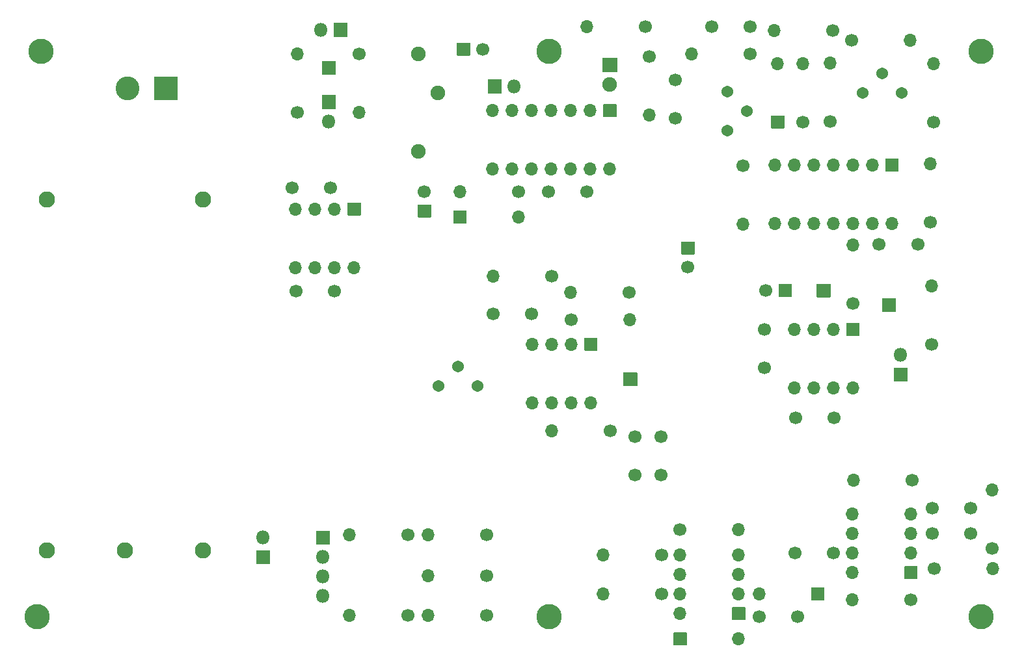
<source format=gbr>
G04 #@! TF.GenerationSoftware,KiCad,Pcbnew,5.1.7-a382d34a8~87~ubuntu20.04.1*
G04 #@! TF.CreationDate,2020-10-01T12:29:21+02:00*
G04 #@! TF.ProjectId,wowmeter,776f776d-6574-4657-922e-6b696361645f,rev?*
G04 #@! TF.SameCoordinates,Original*
G04 #@! TF.FileFunction,Soldermask,Bot*
G04 #@! TF.FilePolarity,Negative*
%FSLAX46Y46*%
G04 Gerber Fmt 4.6, Leading zero omitted, Abs format (unit mm)*
G04 Created by KiCad (PCBNEW 5.1.7-a382d34a8~87~ubuntu20.04.1) date 2020-10-01 12:29:21*
%MOMM*%
%LPD*%
G01*
G04 APERTURE LIST*
%ADD10C,2.125000*%
%ADD11O,1.800000X1.800000*%
%ADD12O,1.700000X1.700000*%
%ADD13C,1.700000*%
%ADD14C,1.540000*%
%ADD15C,1.900000*%
%ADD16C,3.100000*%
%ADD17C,3.300000*%
G04 APERTURE END LIST*
D10*
X54102000Y-85344000D03*
X43942000Y-85344000D03*
X33782000Y-85344000D03*
X33782000Y-39624000D03*
X54102000Y-39624000D03*
G36*
G01*
X133974000Y-52348500D02*
X133974000Y-50648500D01*
G75*
G02*
X134024000Y-50598500I50000J0D01*
G01*
X135724000Y-50598500D01*
G75*
G02*
X135774000Y-50648500I0J-50000D01*
G01*
X135774000Y-52348500D01*
G75*
G02*
X135724000Y-52398500I-50000J0D01*
G01*
X134024000Y-52398500D01*
G75*
G02*
X133974000Y-52348500I0J50000D01*
G01*
G37*
G36*
G01*
X142483000Y-54253500D02*
X142483000Y-52553500D01*
G75*
G02*
X142533000Y-52503500I50000J0D01*
G01*
X144233000Y-52503500D01*
G75*
G02*
X144283000Y-52553500I0J-50000D01*
G01*
X144283000Y-54253500D01*
G75*
G02*
X144233000Y-54303500I-50000J0D01*
G01*
X142533000Y-54303500D01*
G75*
G02*
X142483000Y-54253500I0J50000D01*
G01*
G37*
G36*
G01*
X108828000Y-63905500D02*
X108828000Y-62205500D01*
G75*
G02*
X108878000Y-62155500I50000J0D01*
G01*
X110578000Y-62155500D01*
G75*
G02*
X110628000Y-62205500I0J-50000D01*
G01*
X110628000Y-63905500D01*
G75*
G02*
X110578000Y-63955500I-50000J0D01*
G01*
X108878000Y-63955500D01*
G75*
G02*
X108828000Y-63905500I0J50000D01*
G01*
G37*
G36*
G01*
X69585000Y-23329000D02*
X69585000Y-21629000D01*
G75*
G02*
X69635000Y-21579000I50000J0D01*
G01*
X71335000Y-21579000D01*
G75*
G02*
X71385000Y-21629000I0J-50000D01*
G01*
X71385000Y-23329000D01*
G75*
G02*
X71335000Y-23379000I-50000J0D01*
G01*
X69635000Y-23379000D01*
G75*
G02*
X69585000Y-23329000I0J50000D01*
G01*
G37*
D11*
X69723000Y-91313000D03*
X69723000Y-88773000D03*
X69723000Y-86233000D03*
G36*
G01*
X68823000Y-84543000D02*
X68823000Y-82843000D01*
G75*
G02*
X68873000Y-82793000I50000J0D01*
G01*
X70573000Y-82793000D01*
G75*
G02*
X70623000Y-82843000I0J-50000D01*
G01*
X70623000Y-84543000D01*
G75*
G02*
X70573000Y-84593000I-50000J0D01*
G01*
X68873000Y-84593000D01*
G75*
G02*
X68823000Y-84543000I0J50000D01*
G01*
G37*
X70485000Y-29464000D03*
G36*
G01*
X69585000Y-27774000D02*
X69585000Y-26074000D01*
G75*
G02*
X69635000Y-26024000I50000J0D01*
G01*
X71335000Y-26024000D01*
G75*
G02*
X71385000Y-26074000I0J-50000D01*
G01*
X71385000Y-27774000D01*
G75*
G02*
X71335000Y-27824000I-50000J0D01*
G01*
X69635000Y-27824000D01*
G75*
G02*
X69585000Y-27774000I0J50000D01*
G01*
G37*
D12*
X73152000Y-93853000D03*
D13*
X80772000Y-93853000D03*
D12*
X83439000Y-93853000D03*
D13*
X91059000Y-93853000D03*
D12*
X73152000Y-83312000D03*
D13*
X80772000Y-83312000D03*
D12*
X83439000Y-83312000D03*
D13*
X91059000Y-83312000D03*
D12*
X83439000Y-88646000D03*
D13*
X91059000Y-88646000D03*
D12*
X106172000Y-85979000D03*
D13*
X113792000Y-85979000D03*
D12*
X106172000Y-91059000D03*
D13*
X113792000Y-91059000D03*
D12*
X123825000Y-82677000D03*
D13*
X116205000Y-82677000D03*
D12*
X138620500Y-91821000D03*
D13*
X146240500Y-91821000D03*
D12*
X156781500Y-77470000D03*
D13*
X156781500Y-85090000D03*
D12*
X138747500Y-76200000D03*
D13*
X146367500Y-76200000D03*
D12*
X156908500Y-87757000D03*
D13*
X149288500Y-87757000D03*
D12*
X148907500Y-50863500D03*
D13*
X148907500Y-58483500D03*
D12*
X148780500Y-34988500D03*
D13*
X148780500Y-42608500D03*
D12*
X138684000Y-45593000D03*
D13*
X138684000Y-53213000D03*
D14*
X122364500Y-30670500D03*
X124904500Y-28130500D03*
X122364500Y-25590500D03*
D12*
X146113500Y-18923000D03*
D13*
X138493500Y-18923000D03*
D12*
X135763000Y-21844000D03*
D13*
X135763000Y-29464000D03*
D14*
X145034000Y-25781000D03*
X142494000Y-23241000D03*
X139954000Y-25781000D03*
D12*
X149225000Y-21907500D03*
D13*
X149225000Y-29527500D03*
D12*
X101981000Y-51752500D03*
D13*
X109601000Y-51752500D03*
D12*
X109664500Y-55308500D03*
D13*
X102044500Y-55308500D03*
D12*
X99504500Y-69786500D03*
D13*
X107124500Y-69786500D03*
D14*
X89852500Y-63944500D03*
X87312500Y-61404500D03*
X84772500Y-63944500D03*
D12*
X91884500Y-49593500D03*
D13*
X99504500Y-49593500D03*
D12*
X124396500Y-42862500D03*
D13*
X124396500Y-35242500D03*
D12*
X104076500Y-17145000D03*
D13*
X111696500Y-17145000D03*
D12*
X117729000Y-20701000D03*
D13*
X125349000Y-20701000D03*
D12*
X112204500Y-28638500D03*
D13*
X112204500Y-21018500D03*
D12*
X132143500Y-21907500D03*
D13*
X132143500Y-29527500D03*
D12*
X128460500Y-17589500D03*
D13*
X136080500Y-17589500D03*
D12*
X87566500Y-38608000D03*
D13*
X95186500Y-38608000D03*
D15*
X82169000Y-20701000D03*
X84709000Y-25781000D03*
X82169000Y-33401000D03*
D12*
X66421000Y-20701000D03*
D13*
X66421000Y-28321000D03*
D12*
X74422000Y-28321000D03*
D13*
X74422000Y-20701000D03*
D11*
X61912500Y-83693000D03*
G36*
G01*
X62812500Y-85383000D02*
X62812500Y-87083000D01*
G75*
G02*
X62762500Y-87133000I-50000J0D01*
G01*
X61062500Y-87133000D01*
G75*
G02*
X61012500Y-87083000I0J50000D01*
G01*
X61012500Y-85383000D01*
G75*
G02*
X61062500Y-85333000I50000J0D01*
G01*
X62762500Y-85333000D01*
G75*
G02*
X62812500Y-85383000I0J-50000D01*
G01*
G37*
X144907000Y-59880500D03*
G36*
G01*
X145807000Y-61570500D02*
X145807000Y-63270500D01*
G75*
G02*
X145757000Y-63320500I-50000J0D01*
G01*
X144057000Y-63320500D01*
G75*
G02*
X144007000Y-63270500I0J50000D01*
G01*
X144007000Y-61570500D01*
G75*
G02*
X144057000Y-61520500I50000J0D01*
G01*
X145757000Y-61520500D01*
G75*
G02*
X145807000Y-61570500I0J-50000D01*
G01*
G37*
D16*
X44276000Y-25146000D03*
G36*
G01*
X50826000Y-23646000D02*
X50826000Y-26646000D01*
G75*
G02*
X50776000Y-26696000I-50000J0D01*
G01*
X47776000Y-26696000D01*
G75*
G02*
X47726000Y-26646000I0J50000D01*
G01*
X47726000Y-23646000D01*
G75*
G02*
X47776000Y-23596000I50000J0D01*
G01*
X50776000Y-23596000D01*
G75*
G02*
X50826000Y-23646000I0J-50000D01*
G01*
G37*
D11*
X94615000Y-24892000D03*
G36*
G01*
X92925000Y-25792000D02*
X91225000Y-25792000D01*
G75*
G02*
X91175000Y-25742000I0J50000D01*
G01*
X91175000Y-24042000D01*
G75*
G02*
X91225000Y-23992000I50000J0D01*
G01*
X92925000Y-23992000D01*
G75*
G02*
X92975000Y-24042000I0J-50000D01*
G01*
X92975000Y-25742000D01*
G75*
G02*
X92925000Y-25792000I-50000J0D01*
G01*
G37*
X69469000Y-17526000D03*
G36*
G01*
X71159000Y-16626000D02*
X72859000Y-16626000D01*
G75*
G02*
X72909000Y-16676000I0J-50000D01*
G01*
X72909000Y-18376000D01*
G75*
G02*
X72859000Y-18426000I-50000J0D01*
G01*
X71159000Y-18426000D01*
G75*
G02*
X71109000Y-18376000I0J50000D01*
G01*
X71109000Y-16676000D01*
G75*
G02*
X71159000Y-16626000I50000J0D01*
G01*
G37*
D12*
X116205000Y-93599000D03*
X123825000Y-85979000D03*
X116205000Y-91059000D03*
X123825000Y-88519000D03*
X116205000Y-88519000D03*
X123825000Y-91059000D03*
X116205000Y-85979000D03*
G36*
G01*
X124675000Y-92799000D02*
X124675000Y-94399000D01*
G75*
G02*
X124625000Y-94449000I-50000J0D01*
G01*
X123025000Y-94449000D01*
G75*
G02*
X122975000Y-94399000I0J50000D01*
G01*
X122975000Y-92799000D01*
G75*
G02*
X123025000Y-92749000I50000J0D01*
G01*
X124625000Y-92749000D01*
G75*
G02*
X124675000Y-92799000I0J-50000D01*
G01*
G37*
X138620500Y-88265000D03*
X146240500Y-80645000D03*
X138620500Y-85725000D03*
X146240500Y-83185000D03*
X138620500Y-83185000D03*
X146240500Y-85725000D03*
X138620500Y-80645000D03*
G36*
G01*
X147090500Y-87465000D02*
X147090500Y-89065000D01*
G75*
G02*
X147040500Y-89115000I-50000J0D01*
G01*
X145440500Y-89115000D01*
G75*
G02*
X145390500Y-89065000I0J50000D01*
G01*
X145390500Y-87465000D01*
G75*
G02*
X145440500Y-87415000I50000J0D01*
G01*
X147040500Y-87415000D01*
G75*
G02*
X147090500Y-87465000I0J-50000D01*
G01*
G37*
X138684000Y-64198500D03*
X131064000Y-56578500D03*
X136144000Y-64198500D03*
X133604000Y-56578500D03*
X133604000Y-64198500D03*
X136144000Y-56578500D03*
X131064000Y-64198500D03*
G36*
G01*
X137884000Y-55728500D02*
X139484000Y-55728500D01*
G75*
G02*
X139534000Y-55778500I0J-50000D01*
G01*
X139534000Y-57378500D01*
G75*
G02*
X139484000Y-57428500I-50000J0D01*
G01*
X137884000Y-57428500D01*
G75*
G02*
X137834000Y-57378500I0J50000D01*
G01*
X137834000Y-55778500D01*
G75*
G02*
X137884000Y-55728500I50000J0D01*
G01*
G37*
X104584500Y-66103500D03*
X96964500Y-58483500D03*
X102044500Y-66103500D03*
X99504500Y-58483500D03*
X99504500Y-66103500D03*
X102044500Y-58483500D03*
X96964500Y-66103500D03*
G36*
G01*
X103784500Y-57633500D02*
X105384500Y-57633500D01*
G75*
G02*
X105434500Y-57683500I0J-50000D01*
G01*
X105434500Y-59283500D01*
G75*
G02*
X105384500Y-59333500I-50000J0D01*
G01*
X103784500Y-59333500D01*
G75*
G02*
X103734500Y-59283500I0J50000D01*
G01*
X103734500Y-57683500D01*
G75*
G02*
X103784500Y-57633500I50000J0D01*
G01*
G37*
X143764000Y-42735500D03*
X128524000Y-35115500D03*
X141224000Y-42735500D03*
X131064000Y-35115500D03*
X138684000Y-42735500D03*
X133604000Y-35115500D03*
X136144000Y-42735500D03*
X136144000Y-35115500D03*
X133604000Y-42735500D03*
X138684000Y-35115500D03*
X131064000Y-42735500D03*
X141224000Y-35115500D03*
X128524000Y-42735500D03*
G36*
G01*
X142964000Y-34265500D02*
X144564000Y-34265500D01*
G75*
G02*
X144614000Y-34315500I0J-50000D01*
G01*
X144614000Y-35915500D01*
G75*
G02*
X144564000Y-35965500I-50000J0D01*
G01*
X142964000Y-35965500D01*
G75*
G02*
X142914000Y-35915500I0J50000D01*
G01*
X142914000Y-34315500D01*
G75*
G02*
X142964000Y-34265500I50000J0D01*
G01*
G37*
X107061000Y-35687000D03*
X91821000Y-28067000D03*
X104521000Y-35687000D03*
X94361000Y-28067000D03*
X101981000Y-35687000D03*
X96901000Y-28067000D03*
X99441000Y-35687000D03*
X99441000Y-28067000D03*
X96901000Y-35687000D03*
X101981000Y-28067000D03*
X94361000Y-35687000D03*
X104521000Y-28067000D03*
X91821000Y-35687000D03*
G36*
G01*
X106261000Y-27217000D02*
X107861000Y-27217000D01*
G75*
G02*
X107911000Y-27267000I0J-50000D01*
G01*
X107911000Y-28867000D01*
G75*
G02*
X107861000Y-28917000I-50000J0D01*
G01*
X106261000Y-28917000D01*
G75*
G02*
X106211000Y-28867000I0J50000D01*
G01*
X106211000Y-27267000D01*
G75*
G02*
X106261000Y-27217000I50000J0D01*
G01*
G37*
X73787000Y-48514000D03*
X66167000Y-40894000D03*
X71247000Y-48514000D03*
X68707000Y-40894000D03*
X68707000Y-48514000D03*
X71247000Y-40894000D03*
X66167000Y-48514000D03*
G36*
G01*
X72987000Y-40044000D02*
X74587000Y-40044000D01*
G75*
G02*
X74637000Y-40094000I0J-50000D01*
G01*
X74637000Y-41694000D01*
G75*
G02*
X74587000Y-41744000I-50000J0D01*
G01*
X72987000Y-41744000D01*
G75*
G02*
X72937000Y-41694000I0J50000D01*
G01*
X72937000Y-40094000D01*
G75*
G02*
X72987000Y-40044000I50000J0D01*
G01*
G37*
X123825000Y-96901000D03*
G36*
G01*
X115355000Y-97701000D02*
X115355000Y-96101000D01*
G75*
G02*
X115405000Y-96051000I50000J0D01*
G01*
X117005000Y-96051000D01*
G75*
G02*
X117055000Y-96101000I0J-50000D01*
G01*
X117055000Y-97701000D01*
G75*
G02*
X117005000Y-97751000I-50000J0D01*
G01*
X115405000Y-97751000D01*
G75*
G02*
X115355000Y-97701000I0J50000D01*
G01*
G37*
X126492000Y-91059000D03*
G36*
G01*
X134962000Y-90259000D02*
X134962000Y-91859000D01*
G75*
G02*
X134912000Y-91909000I-50000J0D01*
G01*
X133312000Y-91909000D01*
G75*
G02*
X133262000Y-91859000I0J50000D01*
G01*
X133262000Y-90259000D01*
G75*
G02*
X133312000Y-90209000I50000J0D01*
G01*
X134912000Y-90209000D01*
G75*
G02*
X134962000Y-90259000I0J-50000D01*
G01*
G37*
D15*
X107061000Y-24638000D03*
G36*
G01*
X106161000Y-21148000D02*
X107961000Y-21148000D01*
G75*
G02*
X108011000Y-21198000I0J-50000D01*
G01*
X108011000Y-22998000D01*
G75*
G02*
X107961000Y-23048000I-50000J0D01*
G01*
X106161000Y-23048000D01*
G75*
G02*
X106111000Y-22998000I0J50000D01*
G01*
X106111000Y-21198000D01*
G75*
G02*
X106161000Y-21148000I50000J0D01*
G01*
G37*
D12*
X95186500Y-41910000D03*
G36*
G01*
X86716500Y-42710000D02*
X86716500Y-41110000D01*
G75*
G02*
X86766500Y-41060000I50000J0D01*
G01*
X88366500Y-41060000D01*
G75*
G02*
X88416500Y-41110000I0J-50000D01*
G01*
X88416500Y-42710000D01*
G75*
G02*
X88366500Y-42760000I-50000J0D01*
G01*
X86766500Y-42760000D01*
G75*
G02*
X86716500Y-42710000I0J50000D01*
G01*
G37*
X128905000Y-21907500D03*
G36*
G01*
X129705000Y-30377500D02*
X128105000Y-30377500D01*
G75*
G02*
X128055000Y-30327500I0J50000D01*
G01*
X128055000Y-28727500D01*
G75*
G02*
X128105000Y-28677500I50000J0D01*
G01*
X129705000Y-28677500D01*
G75*
G02*
X129755000Y-28727500I0J-50000D01*
G01*
X129755000Y-30327500D01*
G75*
G02*
X129705000Y-30377500I-50000J0D01*
G01*
G37*
D13*
X131492000Y-93980000D03*
X126492000Y-93980000D03*
X154034500Y-79883000D03*
X149034500Y-79883000D03*
X136127500Y-85725000D03*
X131127500Y-85725000D03*
X127190500Y-61578500D03*
X127190500Y-56578500D03*
X127357500Y-51498500D03*
G36*
G01*
X130707500Y-50698500D02*
X130707500Y-52298500D01*
G75*
G02*
X130657500Y-52348500I-50000J0D01*
G01*
X129057500Y-52348500D01*
G75*
G02*
X129007500Y-52298500I0J50000D01*
G01*
X129007500Y-50698500D01*
G75*
G02*
X129057500Y-50648500I50000J0D01*
G01*
X130657500Y-50648500D01*
G75*
G02*
X130707500Y-50698500I0J-50000D01*
G01*
G37*
X131271000Y-68072000D03*
X136271000Y-68072000D03*
X110299500Y-75548500D03*
X110299500Y-70548500D03*
X117221000Y-48474000D03*
G36*
G01*
X116421000Y-45124000D02*
X118021000Y-45124000D01*
G75*
G02*
X118071000Y-45174000I0J-50000D01*
G01*
X118071000Y-46774000D01*
G75*
G02*
X118021000Y-46824000I-50000J0D01*
G01*
X116421000Y-46824000D01*
G75*
G02*
X116371000Y-46774000I0J50000D01*
G01*
X116371000Y-45174000D01*
G75*
G02*
X116421000Y-45124000I50000J0D01*
G01*
G37*
X91901000Y-54546500D03*
X96901000Y-54546500D03*
X147113000Y-45466000D03*
X142113000Y-45466000D03*
X120349000Y-17081500D03*
X125349000Y-17081500D03*
X115570000Y-29066500D03*
X115570000Y-24066500D03*
X104060000Y-38608000D03*
X99060000Y-38608000D03*
X90511000Y-20066000D03*
G36*
G01*
X87161000Y-20866000D02*
X87161000Y-19266000D01*
G75*
G02*
X87211000Y-19216000I50000J0D01*
G01*
X88811000Y-19216000D01*
G75*
G02*
X88861000Y-19266000I0J-50000D01*
G01*
X88861000Y-20866000D01*
G75*
G02*
X88811000Y-20916000I-50000J0D01*
G01*
X87211000Y-20916000D01*
G75*
G02*
X87161000Y-20866000I0J50000D01*
G01*
G37*
X82931000Y-38648000D03*
G36*
G01*
X83731000Y-41998000D02*
X82131000Y-41998000D01*
G75*
G02*
X82081000Y-41948000I0J50000D01*
G01*
X82081000Y-40348000D01*
G75*
G02*
X82131000Y-40298000I50000J0D01*
G01*
X83731000Y-40298000D01*
G75*
G02*
X83781000Y-40348000I0J-50000D01*
G01*
X83781000Y-41948000D01*
G75*
G02*
X83731000Y-41998000I-50000J0D01*
G01*
G37*
X65675500Y-38100000D03*
X70675500Y-38100000D03*
X66247000Y-51562000D03*
X71247000Y-51562000D03*
D17*
X33020000Y-20320000D03*
X99187000Y-20320000D03*
X155384500Y-20320000D03*
X155384500Y-93980000D03*
X99187000Y-93980000D03*
X32512000Y-93980000D03*
D13*
X113728500Y-75501500D03*
X113728500Y-70501500D03*
X154034500Y-83185000D03*
X149034500Y-83185000D03*
M02*

</source>
